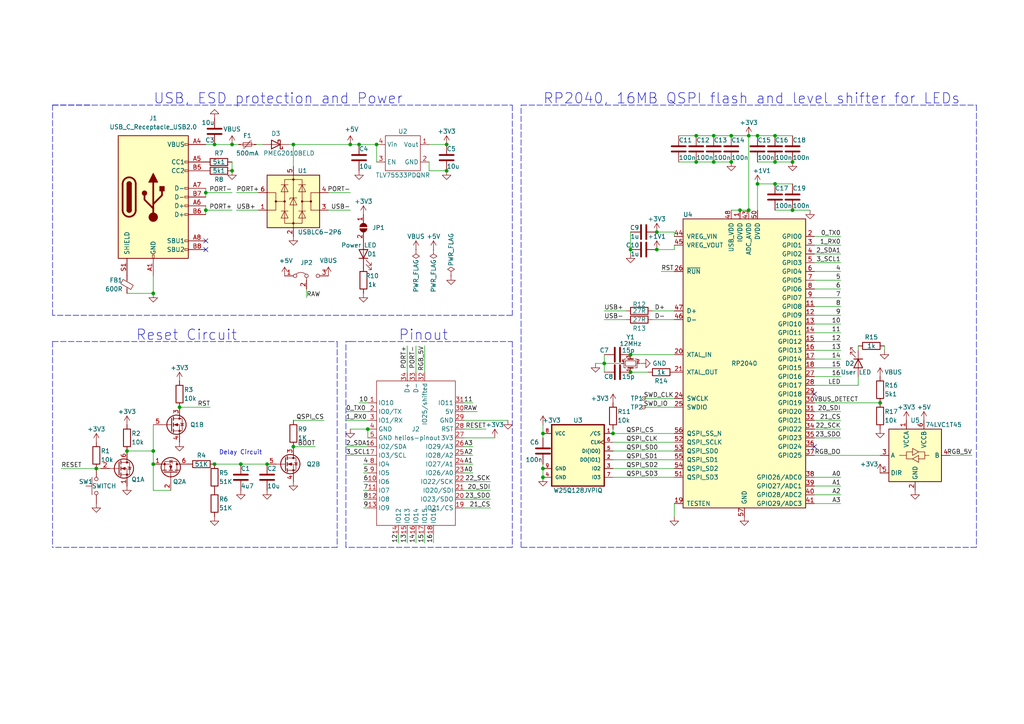
<source format=kicad_sch>
(kicad_sch (version 20211123) (generator eeschema)
  (paper "A4")
  (title_block (title "Helios") (date "2022-09-17") (rev "rev1.0") (company "0xCB") (comment 1 "Conor Burns"))
  (junction (at 157.48 125.73))
  (junction (at 62.23 41.91))
  (junction (at 224.79 53.34))
  (junction (at 77.47 134.62))
  (junction (at 101.6 41.91))
  (junction (at 157.48 138.43))
  (junction (at 224.79 39.37))
  (junction (at 182.88 72.39))
  (junction (at 207.01 39.37))
  (junction (at 207.01 46.99))
  (junction (at 85.09 41.91))
  (junction (at 67.31 41.91))
  (junction (at 85.09 129.54))
  (junction (at 219.71 53.34))
  (junction (at 182.88 102.87))
  (junction (at 104.14 41.91))
  (junction (at 52.07 118.11))
  (junction (at 214.63 60.96))
  (junction (at 255.27 116.84))
  (junction (at 67.31 49.53))
  (junction (at 59.69 55.88))
  (junction (at 129.54 41.91))
  (junction (at 62.23 134.62))
  (junction (at 44.45 130.81))
  (junction (at 190.5 67.31))
  (junction (at 217.17 39.37))
  (junction (at 106.68 124.46))
  (junction (at 27.94 135.89))
  (junction (at 129.54 49.53))
  (junction (at 224.79 46.99))
  (junction (at 229.87 60.96))
  (junction (at 212.09 46.99))
  (junction (at 44.45 134.62))
  (junction (at 212.09 39.37))
  (junction (at 229.87 46.99))
  (junction (at 157.48 135.89))
  (junction (at 44.45 85.09))
  (junction (at 109.22 41.91))
  (junction (at 201.93 39.37))
  (junction (at 36.83 130.81))
  (junction (at 190.5 72.39))
  (junction (at 175.26 105.41))
  (junction (at 217.17 60.96))
  (junction (at 182.88 107.95))
  (junction (at 219.71 39.37))
  (junction (at 59.69 60.96))
  (junction (at 69.85 134.62))
  (junction (at 177.8 125.73))
  (junction (at 201.93 46.99))
  (no_connect (at 59.69 69.85))
  (no_connect (at 59.69 72.39))
  (no_connect (at 236.22 129.54))
  (no_connect (at 236.22 114.3))
  (wire (pts (xy 137.16 134.62) (xy 134.62 134.62)))
  (wire (pts (xy 105.41 147.32) (xy 106.68 147.32)))
  (wire (pts (xy 137.16 132.08) (xy 134.62 132.08)))
  (wire (pts (xy 100.33 119.38) (xy 106.68 119.38)))
  (wire (pts (xy 236.22 140.97) (xy 243.84 140.97)))
  (wire (pts (xy 236.22 116.84) (xy 255.27 116.84)))
  (wire (pts (xy 236.22 91.44) (xy 243.84 91.44)))
  (wire (pts (xy 224.79 53.34) (xy 229.87 53.34)))
  (wire (pts (xy 124.46 49.53) (xy 124.46 46.99)))
  (polyline (pts (xy 15.24 30.48) (xy 26.67 30.48)))
  (polyline (pts (xy 97.79 158.75) (xy 15.24 158.75)))
  (wire (pts (xy 44.45 130.81) (xy 44.45 134.62)))
  (wire (pts (xy 217.17 39.37) (xy 219.71 39.37)))
  (wire (pts (xy 195.58 149.86) (xy 195.58 146.05)))
  (wire (pts (xy 177.8 130.81) (xy 195.58 130.81)))
  (wire (pts (xy 59.69 60.96) (xy 67.31 60.96)))
  (polyline (pts (xy 97.79 99.06) (xy 97.79 158.75)))
  (wire (pts (xy 100.33 129.54) (xy 106.68 129.54)))
  (wire (pts (xy 189.23 90.17) (xy 195.58 90.17)))
  (wire (pts (xy 236.22 127) (xy 243.84 127)))
  (wire (pts (xy 118.11 100.33) (xy 118.11 107.95)))
  (wire (pts (xy 182.88 102.87) (xy 195.58 102.87)))
  (wire (pts (xy 143.51 127) (xy 134.62 127)))
  (wire (pts (xy 236.22 143.51) (xy 243.84 143.51)))
  (wire (pts (xy 185.42 105.41) (xy 186.055 105.41)))
  (wire (pts (xy 207.01 46.99) (xy 212.09 46.99)))
  (wire (pts (xy 229.87 60.96) (xy 234.95 60.96)))
  (wire (pts (xy 181.61 90.17) (xy 175.26 90.17)))
  (wire (pts (xy 236.22 81.28) (xy 243.84 81.28)))
  (wire (pts (xy 74.93 60.96) (xy 68.58 60.96)))
  (wire (pts (xy 236.22 78.74) (xy 243.84 78.74)))
  (wire (pts (xy 236.22 99.06) (xy 243.84 99.06)))
  (wire (pts (xy 236.22 76.2) (xy 243.84 76.2)))
  (wire (pts (xy 36.83 85.09) (xy 44.45 85.09)))
  (wire (pts (xy 109.22 41.91) (xy 109.22 46.99)))
  (wire (pts (xy 248.92 109.22) (xy 248.92 111.76)))
  (wire (pts (xy 236.22 104.14) (xy 243.84 104.14)))
  (wire (pts (xy 93.98 121.92) (xy 85.09 121.92)))
  (wire (pts (xy 195.58 67.31) (xy 190.5 67.31)))
  (wire (pts (xy 196.85 39.37) (xy 201.93 39.37)))
  (wire (pts (xy 157.48 123.19) (xy 157.48 125.73)))
  (wire (pts (xy 177.8 124.46) (xy 177.8 125.73)))
  (wire (pts (xy 124.46 41.91) (xy 129.54 41.91)))
  (wire (pts (xy 182.88 67.31) (xy 182.88 72.39)))
  (polyline (pts (xy 148.59 99.06) (xy 148.59 158.75)))
  (wire (pts (xy 137.16 129.54) (xy 134.62 129.54)))
  (wire (pts (xy 125.73 157.48) (xy 125.73 154.94)))
  (wire (pts (xy 85.09 41.91) (xy 101.6 41.91)))
  (wire (pts (xy 142.24 144.78) (xy 134.62 144.78)))
  (wire (pts (xy 217.17 39.37) (xy 217.17 60.96)))
  (polyline (pts (xy 100.33 99.06) (xy 101.6 99.06)))
  (wire (pts (xy 236.22 83.82) (xy 243.84 83.82)))
  (wire (pts (xy 69.85 134.62) (xy 77.47 134.62)))
  (wire (pts (xy 59.69 60.96) (xy 59.69 62.23)))
  (wire (pts (xy 181.61 92.71) (xy 175.26 92.71)))
  (wire (pts (xy 105.41 144.78) (xy 106.68 144.78)))
  (wire (pts (xy 44.45 134.62) (xy 44.45 142.24)))
  (wire (pts (xy 101.6 55.88) (xy 95.25 55.88)))
  (wire (pts (xy 59.69 59.69) (xy 59.69 60.96)))
  (wire (pts (xy 224.79 60.96) (xy 229.87 60.96)))
  (polyline (pts (xy 15.24 91.44) (xy 15.24 30.48)))
  (wire (pts (xy 196.85 46.99) (xy 201.93 46.99)))
  (wire (pts (xy 142.24 142.24) (xy 134.62 142.24)))
  (polyline (pts (xy 151.13 158.75) (xy 151.13 30.48)))
  (wire (pts (xy 157.48 135.89) (xy 157.48 138.43)))
  (wire (pts (xy 62.23 41.91) (xy 59.69 41.91)))
  (wire (pts (xy 106.68 124.46) (xy 106.68 127)))
  (wire (pts (xy 236.22 132.08) (xy 255.27 132.08)))
  (wire (pts (xy 105.41 134.62) (xy 106.68 134.62)))
  (wire (pts (xy 256.54 100.33) (xy 256.54 101.6)))
  (wire (pts (xy 147.32 121.92) (xy 134.62 121.92)))
  (wire (pts (xy 190.5 72.39) (xy 195.58 72.39)))
  (wire (pts (xy 157.48 125.73) (xy 157.48 127)))
  (wire (pts (xy 100.33 121.92) (xy 106.68 121.92)))
  (wire (pts (xy 137.16 137.16) (xy 134.62 137.16)))
  (wire (pts (xy 219.71 39.37) (xy 224.79 39.37)))
  (wire (pts (xy 62.23 134.62) (xy 69.85 134.62)))
  (wire (pts (xy 236.22 124.46) (xy 243.84 124.46)))
  (wire (pts (xy 236.22 68.58) (xy 243.84 68.58)))
  (polyline (pts (xy 100.33 158.75) (xy 100.33 99.06)))
  (wire (pts (xy 101.6 124.46) (xy 106.68 124.46)))
  (wire (pts (xy 172.72 105.41) (xy 175.26 105.41)))
  (wire (pts (xy 123.19 157.48) (xy 123.19 154.94)))
  (wire (pts (xy 101.6 60.96) (xy 95.25 60.96)))
  (polyline (pts (xy 101.6 99.06) (xy 148.59 99.06)))
  (wire (pts (xy 236.22 93.98) (xy 243.84 93.98)))
  (wire (pts (xy 105.41 142.24) (xy 106.68 142.24)))
  (wire (pts (xy 44.45 85.09) (xy 44.45 80.01)))
  (wire (pts (xy 186.69 115.57) (xy 195.58 115.57)))
  (wire (pts (xy 236.22 109.22) (xy 243.84 109.22)))
  (wire (pts (xy 236.22 121.92) (xy 243.84 121.92)))
  (wire (pts (xy 62.23 41.91) (xy 67.31 41.91)))
  (wire (pts (xy 59.69 55.88) (xy 59.69 57.15)))
  (wire (pts (xy 142.24 139.7) (xy 134.62 139.7)))
  (wire (pts (xy 219.71 60.96) (xy 219.71 53.34)))
  (wire (pts (xy 201.93 46.99) (xy 207.01 46.99)))
  (wire (pts (xy 124.46 49.53) (xy 129.54 49.53)))
  (wire (pts (xy 68.58 55.88) (xy 74.93 55.88)))
  (wire (pts (xy 59.69 54.61) (xy 59.69 55.88)))
  (wire (pts (xy 177.8 135.89) (xy 195.58 135.89)))
  (wire (pts (xy 120.65 157.48) (xy 120.65 154.94)))
  (wire (pts (xy 219.71 53.34) (xy 224.79 53.34)))
  (wire (pts (xy 186.69 118.11) (xy 195.58 118.11)))
  (polyline (pts (xy 15.24 99.06) (xy 97.79 99.06)))
  (wire (pts (xy 236.22 71.12) (xy 243.84 71.12)))
  (wire (pts (xy 177.8 128.27) (xy 195.58 128.27)))
  (polyline (pts (xy 148.59 158.75) (xy 100.33 158.75)))
  (wire (pts (xy 217.17 39.37) (xy 212.09 39.37)))
  (wire (pts (xy 67.31 46.99) (xy 67.31 49.53)))
  (wire (pts (xy 214.63 60.96) (xy 217.17 60.96)))
  (wire (pts (xy 248.92 100.33) (xy 248.92 101.6)))
  (wire (pts (xy 118.11 157.48) (xy 118.11 154.94)))
  (wire (pts (xy 177.8 133.35) (xy 195.58 133.35)))
  (polyline (pts (xy 151.13 30.48) (xy 166.37 30.48)))
  (polyline (pts (xy 283.21 30.48) (xy 283.21 158.75)))
  (wire (pts (xy 88.9 86.36) (xy 88.9 83.82)))
  (wire (pts (xy 67.31 41.91) (xy 69.215 41.91)))
  (wire (pts (xy 142.24 147.32) (xy 134.62 147.32)))
  (wire (pts (xy 140.97 124.46) (xy 134.62 124.46)))
  (wire (pts (xy 189.23 92.71) (xy 195.58 92.71)))
  (wire (pts (xy 36.83 130.81) (xy 44.45 130.81)))
  (wire (pts (xy 115.57 157.48) (xy 115.57 154.94)))
  (wire (pts (xy 17.78 135.89) (xy 27.94 135.89)))
  (polyline (pts (xy 148.59 30.48) (xy 148.59 91.44)))
  (wire (pts (xy 212.09 60.96) (xy 214.63 60.96)))
  (wire (pts (xy 224.79 39.37) (xy 229.87 39.37)))
  (wire (pts (xy 177.8 125.73) (xy 195.58 125.73)))
  (wire (pts (xy 236.22 138.43) (xy 243.84 138.43)))
  (wire (pts (xy 59.69 55.88) (xy 67.31 55.88)))
  (wire (pts (xy 105.41 139.7) (xy 106.68 139.7)))
  (wire (pts (xy 91.44 129.54) (xy 85.09 129.54)))
  (wire (pts (xy 157.48 134.62) (xy 157.48 135.89)))
  (wire (pts (xy 236.22 146.05) (xy 243.84 146.05)))
  (wire (pts (xy 195.58 78.74) (xy 191.77 78.74)))
  (wire (pts (xy 85.09 48.26) (xy 85.09 41.91)))
  (wire (pts (xy 195.58 68.58) (xy 195.58 67.31)))
  (wire (pts (xy 224.79 46.99) (xy 229.87 46.99)))
  (wire (pts (xy 49.53 142.24) (xy 44.45 142.24)))
  (wire (pts (xy 175.26 105.41) (xy 175.26 102.87)))
  (polyline (pts (xy 283.21 158.75) (xy 151.13 158.75)))
  (wire (pts (xy 236.22 96.52) (xy 243.84 96.52)))
  (wire (pts (xy 236.22 101.6) (xy 243.84 101.6)))
  (wire (pts (xy 120.65 100.33) (xy 120.65 107.95)))
  (wire (pts (xy 182.88 107.95) (xy 187.96 107.95)))
  (wire (pts (xy 180.34 105.41) (xy 175.26 105.41)))
  (wire (pts (xy 236.22 106.68) (xy 243.84 106.68)))
  (wire (pts (xy 219.71 46.99) (xy 224.79 46.99)))
  (wire (pts (xy 207.01 39.37) (xy 212.09 39.37)))
  (wire (pts (xy 236.22 88.9) (xy 243.84 88.9)))
  (wire (pts (xy 83.82 41.91) (xy 85.09 41.91)))
  (wire (pts (xy 104.14 41.91) (xy 109.22 41.91)))
  (wire (pts (xy 105.41 137.16) (xy 106.68 137.16)))
  (wire (pts (xy 275.59 132.08) (xy 281.94 132.08)))
  (wire (pts (xy 175.26 105.41) (xy 175.26 107.95)))
  (polyline (pts (xy 148.59 91.44) (xy 15.24 91.44)))
  (wire (pts (xy 195.58 72.39) (xy 195.58 71.12)))
  (wire (pts (xy 104.14 116.84) (xy 106.68 116.84)))
  (wire (pts (xy 44.45 123.19) (xy 44.45 130.81)))
  (wire (pts (xy 100.33 132.08) (xy 106.68 132.08)))
  (wire (pts (xy 236.22 73.66) (xy 243.84 73.66)))
  (wire (pts (xy 52.07 118.11) (xy 60.96 118.11)))
  (wire (pts (xy 236.22 86.36) (xy 243.84 86.36)))
  (wire (pts (xy 177.8 138.43) (xy 195.58 138.43)))
  (wire (pts (xy 74.295 41.91) (xy 76.2 41.91)))
  (wire (pts (xy 182.88 73.66) (xy 182.88 72.39)))
  (wire (pts (xy 236.22 119.38) (xy 243.84 119.38)))
  (polyline (pts (xy 15.24 30.48) (xy 148.59 30.48)))
  (wire (pts (xy 236.22 111.76) (xy 248.92 111.76)))
  (wire (pts (xy 29.21 135.89) (xy 27.94 135.89)))
  (wire (pts (xy 201.93 39.37) (xy 207.01 39.37)))
  (polyline (pts (xy 15.24 99.06) (xy 15.24 158.75)))
  (wire (pts (xy 138.43 119.38) (xy 134.62 119.38)))
  (polyline (pts (xy 166.37 30.48) (xy 283.21 30.48)))
  (wire (pts (xy 137.16 116.84) (xy 134.62 116.84)))
  (wire (pts (xy 101.6 41.91) (xy 104.14 41.91)))
  (wire (pts (xy 123.19 100.33) (xy 123.19 107.95)))
  (text "Delay Circuit" (at 63.5 132.08 0) (effects (font (size 1.27 1.27)) (justify left bottom)))
  (text "USB, ESD protection and Power" (at 44.45 30.48 0) (effects (font (size 3 3)) (justify left bottom)))
  (text "RP2040, 16MB QSPI flash and level shifter for LEDs" (at 157.48 30.48 0) (effects (font (size 3 3)) (justify left bottom)))
  (text "Reset Circuit" (at 39.37 99.06 0) (effects (font (size 3 3)) (justify left bottom)))
  (text "Pinout" (at 115.57 99.06 0) (effects (font (size 3 3)) (justify left bottom)))
  (label "RGB_5V" (at 123.19 100.33 270))
  (label "7" (at 243.84 86.36 180))
  (label "23_SDO" (at 142.24 144.78 180))
  (label "PORT+" (at 68.58 55.88 0))
  (label "5" (at 105.41 137.16 0))
  (label "RESET" (at 17.78 135.89 0))
  (label "RESET" (at 140.97 124.46 180))
  (label "A0" (at 243.84 138.43 180))
  (label "VBUS_DETECT" (at 248.92 116.84 180))
  (label "A3" (at 137.16 129.54 180))
  (label "A1" (at 137.16 134.62 180))
  (label "QSPI_CS" (at 181.61 125.73 0))
  (label "7" (at 105.41 142.24 0))
  (label "2_SDA1" (at 243.84 73.66 180))
  (label "RAW" (at 138.43 119.38 180))
  (label "RST" (at 191.77 78.74 0))
  (label "22_SCK" (at 243.84 124.46 180))
  (label "11" (at 137.16 116.84 180))
  (label "1_RX0" (at 100.33 121.92 0))
  (label "9" (at 243.84 91.44 180))
  (label "6" (at 105.41 139.7 0))
  (label "A3" (at 243.84 146.05 180))
  (label "8" (at 105.41 144.78 0))
  (label "12" (at 115.57 157.48 90))
  (label "A2" (at 243.84 143.51 180))
  (label "PORT+" (at 118.11 100.33 270))
  (label "11" (at 243.84 96.52 180))
  (label "0_TX0" (at 243.84 68.58 180))
  (label "A1" (at 243.84 140.97 180))
  (label "RAW" (at 88.9 86.36 0))
  (label "PORT+" (at 67.31 60.96 180))
  (label "21_CS" (at 142.24 147.32 180))
  (label "PORT-" (at 67.31 55.88 180))
  (label "3_SCL1" (at 243.84 76.2 180))
  (label "13" (at 118.11 157.48 90))
  (label "23_SDO" (at 243.84 127 180))
  (label "9" (at 105.41 147.32 0))
  (label "USB+" (at 68.58 60.96 0))
  (label "SWD_IO" (at 186.69 118.11 0))
  (label "5" (at 243.84 81.28 180))
  (label "10" (at 243.84 93.98 180))
  (label "14" (at 120.65 157.48 90))
  (label "RGB_DO" (at 243.84 132.08 180))
  (label "2_SDA1" (at 100.33 129.54 0))
  (label "D-" (at 189.865 92.71 0))
  (label "4" (at 105.41 134.62 0))
  (label "USB+" (at 175.26 90.17 0))
  (label "8" (at 243.84 88.9 180))
  (label "PORT-" (at 101.6 55.88 180))
  (label "QSPI_SD3" (at 181.61 138.43 0))
  (label "USB-" (at 175.26 92.71 0))
  (label "16" (at 243.84 109.22 180))
  (label "A0" (at 137.16 137.16 180))
  (label "QSPI_CS" (at 93.98 121.92 180))
  (label "20_SDI" (at 142.24 142.24 180))
  (label "QSPI_SD0" (at 181.61 130.81 0))
  (label "0_TX0" (at 100.33 119.38 0))
  (label "21_CS" (at 243.84 121.92 180))
  (label "QSPI_SD2" (at 181.61 135.89 0))
  (label "A2" (at 137.16 132.08 180))
  (label "14" (at 243.84 104.14 180))
  (label "RST" (at 60.96 118.11 180))
  (label "SWD_CLK" (at 186.69 115.57 0))
  (label "1_RX0" (at 243.84 71.12 180))
  (label "13" (at 243.84 101.6 180))
  (label "15" (at 243.84 106.68 180))
  (label "16" (at 125.73 157.48 90))
  (label "10" (at 104.14 116.84 0))
  (label "USB-" (at 101.6 60.96 180))
  (label "12" (at 243.84 99.06 180))
  (label "QSPI_SD1" (at 181.61 133.35 0))
  (label "D+" (at 189.865 90.17 0))
  (label "QSPI_CLK" (at 181.61 128.27 0))
  (label "PORT-" (at 120.65 100.33 270))
  (label "4" (at 243.84 78.74 180))
  (label "RGB_5V" (at 281.94 132.08 180))
  (label "3_SCL1" (at 100.33 132.08 0))
  (label "20_SDI" (at 243.84 119.38 180))
  (label "22_SCK" (at 142.24 139.7 180))
  (label "15" (at 123.19 157.48 90))
  (label "LED" (at 243.84 111.76 180))
  (label "BOOT" (at 91.44 129.54 180))
  (label "6" (at 243.84 83.82 180))
  (symbol (lib_id "Device:C") (at 201.93 43.18 0) (unit 1)
    (property "Reference" "C12" (at 201.93 40.64 0) (effects (justify left)))
    (property "Value" "100n" (at 201.93 45.72 0) (effects (justify left)))
    (property "Footprint" "Capacitor_SMD:C_0402_1005Metric" (effects hide))
    (property "LCSC" "C1525" (effects hide))
    (property "MPN " "CL05B104KO5NNNC" (effects hide))
    (property "Manufacturer" "Samsung Electro-Mechanics" (effects hide))
    (property "JLC Basic" "Y" (effects hide))
    (property "Substitute" "Y" (effects hide))
  )
  (symbol (lib_id "power:GND") (at 62.23 149.86 0) (unit 1)
    (property "Reference" "#PWR08" (effects hide))
    (property "Value" "GND" (effects hide))
  )
  (symbol (lib_id "Power_Protection:USBLC6-2P6") (at 85.09 58.42 0) (unit 1)
    (property "Reference" "U1" (at 86.36 49.53 0) (effects (justify left)))
    (property "Value" "USBLC6-2P6" (at 86.36 67.31 0) (effects (justify left)))
    (property "Footprint" "Package_TO_SOT_SMD:SOT-666" (effects hide))
    (property "Datasheet" "https://www.st.com/resource/en/datasheet/usblc6-2.pdf" (effects hide))
    (property "JLC Basic" "N" (effects hide))
    (property "LCSC" "C2827693" (effects hide))
    (property "MPN " "USBLC6-2P6" (effects hide))
    (property "Manufacturer" "TECH PUBLIC" (effects hide))
    (property "Substitute" "N" (effects hide))
    (property "JLCPCB_CORRECTION" "0; 0; 270" (effects hide))
  )
  (symbol (lib_id "Device:C") (at 229.87 57.15 0) (unit 1)
    (property "Reference" "C19" (at 229.87 54.61 0) (effects (justify left)))
    (property "Value" "100n" (at 229.87 59.69 0) (effects (justify left)))
    (property "Footprint" "Capacitor_SMD:C_0402_1005Metric" (effects hide))
    (property "LCSC" "C1525" (effects hide))
    (property "MPN " "CL05B104KO5NNNC" (effects hide))
    (property "Manufacturer" "Samsung Electro-Mechanics" (effects hide))
    (property "JLC Basic" "Y" (effects hide))
    (property "Substitute" "Y" (effects hide))
  )
  (symbol (lib_id "power:+3V3") (at 217.17 39.37 0) (unit 1)
    (property "Reference" "#PWR040" (effects hide))
    (property "Value" "+3V3" (at 217.17 35.56 0))
  )
  (symbol (lib_id "Device:R") (at 63.5 46.99 270) (unit 1)
    (property "Reference" "R7" (at 63.5 44.45 90))
    (property "Value" "5k1" (at 63.5 46.99 90))
    (property "Footprint" "Resistor_SMD:R_0402_1005Metric" (effects hide))
    (property "LCSC" "C25905" (effects hide))
    (property "MPN " "0402WGF5101TCE" (effects hide))
    (property "Manufacturer" "UNI-ROYAL(Uniroyal Elec)" (effects hide))
    (property "JLC Basic" "Y" (effects hide))
    (property "Substitute" "Y" (effects hide))
  )
  (symbol (lib_id "Connector:TestPoint_Small") (at 186.69 115.57 0) (unit 1) (in_bom no)
    (property "Reference" "TP1" (at 182.88 115.57 0) (effects (justify left)))
    (property "Value" "CLK" (effects hide))
    (property "Footprint" "0xcb:TestPoint_Pad_D0.8mm" (effects hide))
  )
  (symbol (lib_id "power:+5V") (at 82.55 80.01 0) (unit 1)
    (property "Reference" "#PWR0103" (effects hide))
    (property "Value" "+5V" (at 82.931 75.6158 0))
  )
  (symbol (lib_id "Connector:TestPoint_Small") (at 186.69 118.11 0) (unit 1) (in_bom no)
    (property "Reference" "TP2" (at 182.88 118.11 0) (effects (justify left)))
    (property "Value" "DIO" (effects hide))
    (property "Footprint" "0xcb:TestPoint_Pad_D0.8mm" (effects hide))
  )
  (symbol (lib_id "power:+5V") (at 267.97 121.92 0) (unit 1)
    (property "Reference" "#PWR050" (effects hide))
    (property "Value" "+5V" (at 267.97 118.11 0))
  )
  (symbol (lib_id "power:GND") (at 36.83 140.97 0) (unit 1)
    (property "Reference" "#PWR04" (effects hide))
    (property "Value" "GND" (effects hide))
  )
  (symbol (lib_id "Device:R") (at 105.41 81.28 0) (unit 1)
    (property "Reference" "R10" (at 107.95 80.01 0))
    (property "Value" "1k" (at 107.95 82.55 0))
    (property "Footprint" "Resistor_SMD:R_0402_1005Metric" (effects hide))
    (property "LCSC" "C11702" (effects hide))
    (property "MPN " "0402WGF1001TCE" (effects hide))
    (property "Manufacturer" "UNI-ROYAL(Uniroyal Elec)" (effects hide))
    (property "JLC Basic" "Y" (effects hide))
    (property "Substitute" "Y" (effects hide))
  )
  (symbol (lib_id "Device:Crystal_GND24_Small") (at 182.88 105.41 90) (unit 1)
    (property "Reference" "Y1" (at 182.88 97.79 90))
    (property "Value" "12MHz" (at 182.88 99.695 90))
    (property "Footprint" "Crystal:Crystal_SMD_2520-4Pin_2.5x2.0mm" (effects hide))
    (property "LCSC" "C2149204" (effects hide))
    (property "MPN " "2TJ412000HYGBC" (effects hide))
    (property "Manufacturer" "JYJE" (effects hide))
    (property "JLC Basic" "N" (effects hide))
    (property "Substitute" "N" (effects hide))
  )
  (symbol (lib_id "Transistor_FET:FDG6335N") (at 34.29 135.89 0) (unit 1)
    (property "Reference" "Q1" (at 38.1 139.065 0) (effects (justify left)))
    (property "Value" "2N7002VC-" (effects hide))
    (property "Footprint" "Package_TO_SOT_SMD:SOT-563" (effects hide))
    (property "Datasheet" "https://datasheet.lcsc.com/lcsc/1806070738_Diodes-Incorporated-2N7002VC-7_C155504.pdf" (effects hide))
    (property "JLC Basic" "N" (effects hide))
    (property "LCSC" "C504145" (effects hide))
    (property "MPN " "2N7002V" (effects hide))
    (property "Manufacturer" "Diodes Incorporated" (effects hide))
    (property "Substitute" "Y" (effects hide))
    (property "JLCPCB_CORRECTION" "0; 0; 180" (effects hide))
  )
  (symbol (lib_id "Transistor_FET:FDG6335N") (at 82.55 134.62 0) (unit 2)
    (property "Reference" "Q2" (at 88.9 134.6199 0) (effects (justify left)))
    (property "Value" "2N7002VC-" (effects hide))
    (property "Footprint" "Package_TO_SOT_SMD:SOT-563" (effects hide))
    (property "Datasheet" "https://datasheet.lcsc.com/lcsc/1806070738_Diodes-Incorporated-2N7002VC-7_C155504.pdf" (effects hide))
    (property "JLC Basic" "N" (effects hide))
    (property "LCSC" "C504145" (effects hide))
    (property "MPN " "2N7002V" (effects hide))
    (property "Manufacturer" "Diodes Incorporated" (effects hide))
    (property "Substitute" "Y" (effects hide))
    (property "JLCPCB_CORRECTION" "0; 0; 180" (effects hide))
  )
  (symbol (lib_id "Device:R") (at 185.42 92.71 90) (unit 1)
    (property "Reference" "R13" (at 185.42 95.25 90))
    (property "Value" "27R" (at 185.42 92.71 90))
    (property "Footprint" "Resistor_SMD:R_0402_1005Metric" (effects hide))
    (property "LCSC" "C25100" (effects hide))
    (property "MPN " "0402WGF270JTCE" (effects hide))
    (property "Manufacturer" "UNI-ROYAL(Uniroyal Elec)" (effects hide))
    (property "JLC Basic" "N" (effects hide))
    (property "Substitute" "Y" (effects hide))
  )
  (symbol (lib_id "power:GND") (at 172.72 105.41 0) (unit 1)
    (property "Reference" "#PWR031" (effects hide))
    (property "Value" "GND" (effects hide))
  )
  (symbol (lib_id "Device:C") (at 224.79 57.15 0) (unit 1)
    (property "Reference" "C17" (at 224.79 54.61 0) (effects (justify left)))
    (property "Value" "100n" (at 224.79 59.69 0) (effects (justify left)))
    (property "Footprint" "Capacitor_SMD:C_0402_1005Metric" (effects hide))
    (property "LCSC" "C1525" (effects hide))
    (property "MPN " "CL05B104KO5NNNC" (effects hide))
    (property "Manufacturer" "Samsung Electro-Mechanics" (effects hide))
    (property "JLC Basic" "Y" (effects hide))
    (property "Substitute" "Y" (effects hide))
  )
  (symbol (lib_id "power:PWR_FLAG") (at 130.81 80.01 0) (unit 1)
    (property "Reference" "#FLG03" (effects hide))
    (property "Value" "PWR_FLAG" (at 130.81 72.39 90))
  )
  (symbol (lib_id "Device:R") (at 177.8 120.65 0) (unit 1)
    (property "Reference" "R11" (at 179.07 119.38 0) (effects (justify left)))
    (property "Value" "10k" (at 179.07 121.92 0) (effects (justify left)))
    (property "Footprint" "Resistor_SMD:R_0402_1005Metric" (effects hide))
    (property "LCSC" "C25744" (effects hide))
    (property "MPN " "0402WGF1002TCE" (effects hide))
    (property "Manufacturer" "UNI-ROYAL(Uniroyal Elec)" (effects hide))
    (property "JLC Basic" "Y" (effects hide))
    (property "Substitute" "Y" (effects hide))
  )
  (symbol (lib_id "power:GND") (at 105.41 85.09 0) (unit 1)
    (property "Reference" "#PWR020" (effects hide))
    (property "Value" "GND" (effects hide))
  )
  (symbol (lib_id "power:+5V") (at 101.6 41.91 0) (unit 1)
    (property "Reference" "#PWR016" (effects hide))
    (property "Value" "+5V" (at 101.981 37.5158 0))
  )
  (symbol (lib_id "power:GND") (at 234.95 60.96 0) (unit 1)
    (property "Reference" "#PWR043" (effects hide))
    (property "Value" "GND" (effects hide))
  )
  (symbol (lib_id "power:GND") (at 215.9 149.86 0) (unit 1)
    (property "Reference" "#PWR039" (effects hide))
    (property "Value" "GND" (effects hide))
  )
  (symbol (lib_id "power:GND") (at 77.47 142.24 0) (unit 1)
    (property "Reference" "#PWR013" (effects hide))
    (property "Value" "GND" (effects hide))
  )
  (symbol (lib_id "Device:R") (at 27.94 132.08 0) (unit 1)
    (property "Reference" "R1" (at 29.21 130.81 0) (effects (justify left)))
    (property "Value" "10k" (at 29.21 133.35 0) (effects (justify left)))
    (property "Footprint" "Resistor_SMD:R_0402_1005Metric" (effects hide))
    (property "LCSC" "C25744" (effects hide))
    (property "MPN " "0402WGF1002TCE" (effects hide))
    (property "Manufacturer" "UNI-ROYAL(Uniroyal Elec)" (effects hide))
    (property "JLC Basic" "Y" (effects hide))
    (property "Substitute" "Y" (effects hide))
  )
  (symbol (lib_id "Device:C") (at 196.85 43.18 0) (unit 1)
    (property "Reference" "C11" (at 196.85 40.64 0) (effects (justify left)))
    (property "Value" "100n" (at 196.85 45.72 0) (effects (justify left)))
    (property "Footprint" "Capacitor_SMD:C_0402_1005Metric" (effects hide))
    (property "LCSC" "C1525" (effects hide))
    (property "MPN " "CL05B104KO5NNNC" (effects hide))
    (property "Manufacturer" "Samsung Electro-Mechanics" (effects hide))
    (property "JLC Basic" "Y" (effects hide))
    (property "Substitute" "Y" (effects hide))
  )
  (symbol (lib_id "power:GND") (at 256.54 101.6 0) (unit 1)
    (property "Reference" "#PWR047" (effects hide))
    (property "Value" "GND" (effects hide))
  )
  (symbol (lib_id "power:GND") (at 67.31 49.53 0) (unit 1)
    (property "Reference" "#PWR010" (effects hide))
    (property "Value" "GND" (effects hide))
  )
  (symbol (lib_id "Device:LED") (at 105.41 73.66 90) (unit 1)
    (property "Reference" "D1" (at 109.22 73.66 90) (effects (justify left)))
    (property "Value" "Power LED" (at 109.22 71.12 90) (effects (justify left)))
    (property "Footprint" "Diode_SMD:D_0402_1005Metric" (effects hide))
    (property "Datasheet" "https://datasheet.lcsc.com/lcsc/2008201033_Foshan-NationStar-Optoelectronics-NCD0402R1_C130719.pdf" (effects hide))
    (property "JLC Basic" "N" (effects hide))
    (property "LCSC" "C130719" (effects hide))
    (property "MPN " "NCD0402R1" (effects hide))
    (property "Manufacturer" "Foshan-NationStar-Optoelectronics" (effects hide))
    (property "Substitute" "Y" (effects hide))
  )
  (symbol (lib_id "power:+3V3") (at 36.83 123.19 0) (unit 1)
    (property "Reference" "#PWR03" (effects hide))
    (property "Value" "+3V3" (at 36.83 119.38 0))
  )
  (symbol (lib_id "power:GND") (at 52.07 128.27 0) (unit 1)
    (property "Reference" "#PWR07" (effects hide))
    (property "Value" "GND" (effects hide))
  )
  (symbol (lib_id "power:+1V1") (at 190.5 72.39 0) (unit 1)
    (property "Reference" "#PWR036" (effects hide))
    (property "Value" "+1V1" (at 190.5 68.58 0))
  )
  (symbol (lib_id "Jumper:SolderJumper_2_Open") (at 105.41 66.04 270) (unit 1) (in_bom no)
    (property "Reference" "JP1" (at 107.95 66.0399 90) (effects (justify left)))
    (property "Value" "SolderJumper_2_Open" (effects hide))
    (property "Footprint" "Jumper:SolderJumper-2_P1.3mm_Open_TrianglePad1.0x1.5mm" (effects hide))
  )
  (symbol (lib_id "Device:C") (at 62.23 38.1 180) (unit 1)
    (property "Reference" "C3" (at 62.23 40.64 0) (effects (justify left)))
    (property "Value" "10u" (at 62.23 35.56 0) (effects (justify left)))
    (property "Footprint" "Capacitor_SMD:C_0402_1005Metric" (effects hide))
    (property "JLC Basic" "Y" (effects hide))
    (property "LCSC" "C15525" (effects hide))
    (property "MPN " "CL05A106MQ5NUNC" (effects hide))
    (property "Manufacturer" "Samsung Electro-Mechanics" (effects hide))
    (property "Substitute" "Y" (effects hide))
  )
  (symbol (lib_id "Device:C") (at 104.14 45.72 0) (unit 1)
    (property "Reference" "C4" (at 104.14 43.18 0) (effects (justify left)))
    (property "Value" "10u" (at 104.14 48.26 0) (effects (justify left)))
    (property "Footprint" "Capacitor_SMD:C_0402_1005Metric" (effects hide))
    (property "JLC Basic" "Y" (effects hide))
    (property "LCSC" "C15525" (effects hide))
    (property "MPN " "CL05A106MQ5NUNC" (effects hide))
    (property "Manufacturer" "Samsung Electro-Mechanics" (effects hide))
    (property "Substitute" "Y" (effects hide))
  )
  (symbol (lib_id "power:VBUS") (at 255.27 109.22 0) (unit 1)
    (property "Reference" "#PWR044" (effects hide))
    (property "Value" "VBUS" (at 259.08 107.95 0))
  )
  (symbol (lib_id "power:GND") (at 157.48 138.43 0) (unit 1)
    (property "Reference" "#PWR030" (effects hide))
    (property "Value" "GND" (effects hide))
  )
  (symbol (lib_id "power:GND") (at 255.27 124.46 0) (unit 1)
    (property "Reference" "#PWR045" (effects hide))
    (property "Value" "GND" (effects hide))
  )
  (symbol (lib_id "Connector:USB_C_Receptacle_USB2.0") (at 44.45 57.15 0) (unit 1)
    (property "Reference" "J1" (at 44.45 34.29 0))
    (property "Value" "USB_C_Receptacle_USB2.0" (at 44.45 36.83 0))
    (property "Footprint" "0xcb:GT-USB-7014C" (effects hide))
    (property "Datasheet" "https://www.usb.org/sites/default/files/documents/usb_type-c.zip" (effects hide))
    (property "JLC Basic" "N" (effects hide))
    (property "LCSC" "C963373" (effects hide))
    (property "MPN " "GT-USB-7014C" (effects hide))
    (property "Manufacturer" "G-Switch" (effects hide))
    (property "Substitute" "N" (effects hide))
  )
  (symbol (lib_id "Device:C") (at 207.01 43.18 0) (unit 1)
    (property "Reference" "C13" (at 207.01 40.64 0) (effects (justify left)))
    (property "Value" "100n" (at 207.01 45.72 0) (effects (justify left)))
    (property "Footprint" "Capacitor_SMD:C_0402_1005Metric" (effects hide))
    (property "LCSC" "C1525" (effects hide))
    (property "MPN " "CL05B104KO5NNNC" (effects hide))
    (property "Manufacturer" "Samsung Electro-Mechanics" (effects hide))
    (property "JLC Basic" "Y" (effects hide))
    (property "Substitute" "Y" (effects hide))
  )
  (symbol (lib_id "Device:R") (at 255.27 113.03 0) (unit 1)
    (property "Reference" "R16" (at 256.54 111.76 0) (effects (justify left)))
    (property "Value" "5k1" (at 256.54 114.3 0) (effects (justify left)))
    (property "Footprint" "Resistor_SMD:R_0402_1005Metric" (effects hide))
    (property "JLC Basic" "Y" (effects hide))
    (property "LCSC" "C25905" (effects hide))
    (property "MPN " "0402WGF5101TCE" (effects hide))
    (property "Manufacturer" "UNI-ROYAL(Uniroyal Elec)" (effects hide))
    (property "Substitute" "Y" (effects hide))
  )
  (symbol (lib_id "Device:C") (at 179.07 107.95 90) (unit 1)
    (property "Reference" "C8" (at 176.53 109.22 90))
    (property "Value" "15p" (at 182.245 109.22 90))
    (property "Footprint" "Capacitor_SMD:C_0402_1005Metric" (effects hide))
    (property "LCSC" "C1548" (effects hide))
    (property "MPN " "0402CG150J500NT" (effects hide))
    (property "Manufacturer" "FH(Guangdong Fenghua Advanced Tech)" (effects hide))
    (property "JLC Basic" "Y" (effects hide))
    (property "Substitute" "Y" (effects hide))
  )
  (symbol (lib_id "Device:R") (at 52.07 114.3 0) (unit 1)
    (property "Reference" "R3" (at 53.34 113.03 0) (effects (justify left)))
    (property "Value" "10k" (at 53.34 115.57 0) (effects (justify left)))
    (property "Footprint" "Resistor_SMD:R_0402_1005Metric" (effects hide))
    (property "LCSC" "C25744" (effects hide))
    (property "MPN " "0402WGF1002TCE" (effects hide))
    (property "Manufacturer" "UNI-ROYAL(Uniroyal Elec)" (effects hide))
    (property "JLC Basic" "Y" (effects hide))
    (property "Substitute" "Y" (effects hide))
  )
  (symbol (lib_id "power:GND") (at 147.32 121.92 0) (unit 1)
    (property "Reference" "#PWR028" (effects hide))
    (property "Value" "GND" (effects hide))
  )
  (symbol (lib_id "Device:C") (at 186.69 67.31 90) (mirror x) (unit 1)
    (property "Reference" "C9" (at 185.42 66.04 90) (effects (justify left)))
    (property "Value" "1u" (at 185.42 68.58 90) (effects (justify left)))
    (property "Footprint" "Capacitor_SMD:C_0402_1005Metric" (effects hide))
    (property "LCSC" "C52923" (effects hide))
    (property "MPN " "CL05A105KA5NQNC" (effects hide))
    (property "Manufacturer" "Samsung Electro-Mechanics" (effects hide))
    (property "JLC Basic" "Y" (effects hide))
    (property "Substitute" "Y" (effects hide))
  )
  (symbol (lib_id "power:GND") (at 265.43 142.24 0) (unit 1)
    (property "Reference" "#PWR049" (effects hide))
    (property "Value" "GND" (effects hide))
  )
  (symbol (lib_id "power:GND") (at 101.6 124.46 0) (unit 1)
    (property "Reference" "#PWR017" (effects hide))
    (property "Value" "GND" (effects hide))
  )
  (symbol (lib_id "Device:R") (at 252.73 100.33 90) (unit 1)
    (property "Reference" "R15" (at 252.73 97.79 90))
    (property "Value" "1k" (at 252.73 100.33 90))
    (property "Footprint" "Resistor_SMD:R_0402_1005Metric" (effects hide))
    (property "LCSC" "C11702" (effects hide))
    (property "MPN " "0402WGF1001TCE" (effects hide))
    (property "Manufacturer" "UNI-ROYAL(Uniroyal Elec)" (effects hide))
    (property "JLC Basic" "Y" (effects hide))
    (property "Substitute" "Y" (effects hide))
  )
  (symbol (lib_id "power:GND") (at 195.58 149.86 0) (unit 1)
    (property "Reference" "#PWR037" (effects hide))
    (property "Value" "GND" (effects hide))
  )
  (symbol (lib_id "Device:C") (at 219.71 43.18 0) (unit 1)
    (property "Reference" "C15" (at 219.71 40.64 0) (effects (justify left)))
    (property "Value" "100n" (at 219.71 45.72 0) (effects (justify left)))
    (property "Footprint" "Capacitor_SMD:C_0402_1005Metric" (effects hide))
    (property "LCSC" "C1525" (effects hide))
    (property "MPN " "CL05B104KO5NNNC" (effects hide))
    (property "Manufacturer" "Samsung Electro-Mechanics" (effects hide))
    (property "JLC Basic" "Y" (effects hide))
    (property "Substitute" "Y" (effects hide))
  )
  (symbol (lib_id "power:GND") (at 229.87 46.99 0) (unit 1)
    (property "Reference" "#PWR042" (effects hide))
    (property "Value" "GND" (effects hide))
  )
  (symbol (lib_id "power:+3V3") (at 27.94 128.27 0) (unit 1)
    (property "Reference" "#PWR01" (effects hide))
    (property "Value" "+3V3" (at 27.94 124.46 0))
  )
  (symbol (lib_id "power:PWR_FLAG") (at 120.65 72.39 180) (unit 1)
    (property "Reference" "#FLG01" (effects hide))
    (property "Value" "PWR_FLAG" (at 120.65 80.01 90))
  )
  (symbol (lib_id "Device:C") (at 212.09 43.18 0) (unit 1)
    (property "Reference" "C14" (at 212.09 40.64 0) (effects (justify left)))
    (property "Value" "100n" (at 212.09 45.72 0) (effects (justify left)))
    (property "Footprint" "Capacitor_SMD:C_0402_1005Metric" (effects hide))
    (property "LCSC" "C1525" (effects hide))
    (property "MPN " "CL05B104KO5NNNC" (effects hide))
    (property "Manufacturer" "Samsung Electro-Mechanics" (effects hide))
    (property "JLC Basic" "Y" (effects hide))
    (property "Substitute" "Y" (effects hide))
  )
  (symbol (lib_id "Device:R") (at 85.09 125.73 0) (unit 1)
    (property "Reference" "R9" (at 86.36 124.46 0) (effects (justify left)))
    (property "Value" "1K" (at 86.36 127 0) (effects (justify left)))
    (property "Footprint" "Resistor_SMD:R_0402_1005Metric" (effects hide))
    (property "LCSC" "C11702" (effects hide))
    (property "MPN " "0402WGF1001TCE" (effects hide))
    (property "Manufacturer" "UNI-ROYAL(Uniroyal Elec)" (effects hide))
    (property "JLC Basic" "Y" (effects hide))
    (property "Substitute" "Y" (effects hide))
  )
  (symbol (lib_id "Device:R") (at 62.23 138.43 0) (unit 1)
    (property "Reference" "R5" (at 63.5 137.16 0) (effects (justify left)))
    (property "Value" "51K" (at 63.5 139.7 0) (effects (justify left)))
    (property "Footprint" "Resistor_SMD:R_0402_1005Metric" (effects hide))
    (property "JLC Basic" "Y" (effects hide))
    (property "LCSC" "C25794" (effects hide))
    (property "MPN " "0402WGF5102TCE" (effects hide))
    (property "Manufacturer" "UNI-ROYAL(Uniroyal Elec)" (effects hide))
    (property "Substitute" "Y" (effects hide))
  )
  (symbol (lib_id "Device:R") (at 191.77 107.95 90) (unit 1)
    (property "Reference" "R14" (at 191.77 110.49 90))
    (property "Value" "1k" (at 191.77 107.95 90))
    (property "Footprint" "Resistor_SMD:R_0402_1005Metric" (effects hide))
    (property "LCSC" "C11702" (effects hide))
    (property "MPN " "0402WGF1001TCE" (effects hide))
    (property "Manufacturer" "UNI-ROYAL(Uniroyal Elec)" (effects hide))
    (property "JLC Basic" "Y" (effects hide))
    (property "Substitute" "Y" (effects hide))
  )
  (symbol (lib_id "power:VBUS") (at 67.31 41.91 0) (unit 1)
    (property "Reference" "#PWR09" (effects hide))
    (property "Value" "VBUS" (at 67.31 37.465 0))
  )
  (symbol (lib_id "Transistor_FET:FDG6335N") (at 49.53 123.19 0) (unit 2)
    (property "Reference" "Q1" (at 57.15 123.19 0))
    (property "Value" "2N7002VC-" (effects hide))
    (property "Footprint" "Package_TO_SOT_SMD:SOT-563" (effects hide))
    (property "Datasheet" "https://datasheet.lcsc.com/lcsc/1806070738_Diodes-Incorporated-2N7002VC-7_C155504.pdf" (effects hide))
    (property "JLC Basic" "N" (effects hide))
    (property "LCSC" "C504145" (effects hide))
    (property "MPN " "2N7002V" (effects hide))
    (property "Manufacturer" "Diodes Incorporated" (effects hide))
    (property "Substitute" "Y" (effects hide))
    (property "JLCPCB_CORRECTION" "0; 0; 180" (effects hide))
  )
  (symbol (lib_id "power:+3V3") (at 129.54 41.91 0) (unit 1)
    (property "Reference" "#PWR023" (effects hide))
    (property "Value" "+3V3" (at 129.54 38.1 0))
  )
  (symbol (lib_id "power:GND") (at 85.09 68.58 0) (unit 1)
    (property "Reference" "#PWR0102" (effects hide))
    (property "Value" "GND" (effects hide))
  )
  (symbol (lib_id "Device:R") (at 62.23 146.05 0) (unit 1)
    (property "Reference" "R6" (at 63.5 144.78 0) (effects (justify left)))
    (property "Value" "51K" (at 63.5 147.32 0) (effects (justify left)))
    (property "Footprint" "Resistor_SMD:R_0402_1005Metric" (effects hide))
    (property "JLC Basic" "Y" (effects hide))
    (property "LCSC" "C25794" (effects hide))
    (property "MPN " "0402WGF5102TCE" (effects hide))
    (property "Manufacturer" "UNI-ROYAL(Uniroyal Elec)" (effects hide))
    (property "Substitute" "Y" (effects hide))
  )
  (symbol (lib_id "power:+3V3") (at 190.5 67.31 0) (unit 1)
    (property "Reference" "#PWR035" (effects hide))
    (property "Value" "+3V3" (at 190.5 63.5 0))
  )
  (symbol (lib_id "power:GND") (at 85.09 139.7 0) (unit 1)
    (property "Reference" "#PWR014" (effects hide))
    (property "Value" "GND" (effects hide))
  )
  (symbol (lib_id "power:VBUS") (at 120.65 72.39 0) (unit 1)
    (property "Reference" "#PWR021" (effects hide))
    (property "Value" "VBUS" (at 120.65 68.58 0))
  )
  (symbol (lib_id "power:GND") (at 129.54 49.53 0) (mirror y) (unit 1)
    (property "Reference" "#PWR024" (effects hide))
    (property "Value" "GND" (effects hide))
  )
  (symbol (lib_id "power:+3V3") (at 143.51 127 0) (unit 1)
    (property "Reference" "#PWR027" (effects hide))
    (property "Value" "+3V3" (at 143.51 123.19 0))
  )
  (symbol (lib_id "Device:R") (at 63.5 49.53 270) (unit 1)
    (property "Reference" "R8" (at 63.5 52.07 90))
    (property "Value" "5k1" (at 63.5 49.53 90))
    (property "Footprint" "Resistor_SMD:R_0402_1005Metric" (effects hide))
    (property "LCSC" "C25905" (effects hide))
    (property "MPN " "0402WGF5101TCE" (effects hide))
    (property "Manufacturer" "UNI-ROYAL(Uniroyal Elec)" (effects hide))
    (property "JLC Basic" "Y" (effects hide))
    (property "Substitute" "Y" (effects hide))
  )
  (symbol (lib_id "Transistor_FET:FDG6335N") (at 49.53 137.16 270) (mirror x) (unit 1)
    (property "Reference" "Q2" (at 52.07 139.7 90))
    (property "Value" "2N7002VC-" (effects hide))
    (property "Footprint" "Package_TO_SOT_SMD:SOT-563" (effects hide))
    (property "Datasheet" "https://datasheet.lcsc.com/lcsc/1806070738_Diodes-Incorporated-2N7002VC-7_C155504.pdf" (effects hide))
    (property "JLC Basic" "N" (effects hide))
    (property "LCSC" "C504145" (effects hide))
    (property "MPN " "2N7002V" (effects hide))
    (property "Manufacturer" "Diodes Incorporated" (effects hide))
    (property "Substitute" "Y" (effects hide))
    (property "JLCPCB_CORRECTION" "0; 0; 180" (effects hide))
  )
  (symbol (lib_id "Device:C") (at 186.69 72.39 90) (mirror x) (unit 1)
    (property "Reference" "C10" (at 185.42 71.12 90) (effects (justify left)))
    (property "Value" "1u" (at 185.42 73.66 90) (effects (justify left)))
    (property "Footprint" "Capacitor_SMD:C_0402_1005Metric" (effects hide))
    (property "LCSC" "C52923" (effects hide))
    (property "MPN " "CL05A105KA5NQNC" (effects hide))
    (property "Manufacturer" "Samsung Electro-Mechanics" (effects hide))
    (property "JLC Basic" "Y" (effects hide))
    (property "Substitute" "Y" (effects hide))
  )
  (symbol (lib_id "power:VBUS") (at 95.25 80.01 0) (unit 1)
    (property "Reference" "#PWR0104" (effects hide))
    (property "Value" "VBUS" (at 95.25 75.565 0))
  )
  (symbol (lib_id "Device:LED") (at 248.92 105.41 270) (unit 1)
    (property "Reference" "D2" (at 245.11 105.41 90) (effects (justify left)))
    (property "Value" "User LED" (at 243.84 107.95 90) (effects (justify left)))
    (property "Footprint" "Diode_SMD:D_0402_1005Metric" (effects hide))
    (property "Datasheet" "https://datasheet.lcsc.com/lcsc/2008201033_Foshan-NationStar-Optoelectronics-NCD0402B1_C130724.pdf" (effects hide))
    (property "JLC Basic" "N" (effects hide))
    (property "LCSC" "C130724" (effects hide))
    (property "MPN " "NCD0402B1" (effects hide))
    (property "Manufacturer" "Foshan-NationStar-Optoelectronics" (effects hide))
    (property "Substitute" "Y" (effects hide))
  )
  (symbol (lib_id "Device:C") (at 69.85 138.43 0) (unit 1)
    (property "Reference" "C1" (at 69.85 135.89 0) (effects (justify left)))
    (property "Value" "4u7" (at 69.85 140.97 0) (effects (justify left)))
    (property "Footprint" "Capacitor_SMD:C_0402_1005Metric" (effects hide))
    (property "JLC Basic" "Y" (effects hide))
    (property "LCSC" "C23733" (effects hide))
    (property "MPN " "CL05A475MP5NRNC" (effects hide))
    (property "Manufacturer" "Samsung Electro-Mechanics" (effects hide))
    (property "Substitute" "Y" (effects hide))
  )
  (symbol (lib_id "Device:Polyfuse_Small") (at 71.755 41.91 90) (unit 1)
    (property "Reference" "F1" (at 71.755 39.37 90))
    (property "Value" "500mA" (at 71.755 44.45 90))
    (property "Footprint" "Fuse:Fuse_0603_1608Metric" (effects hide))
    (property "LCSC" "C210357" (effects hide))
    (property "MPN " "MF-FSMF050X-2" (effects hide))
    (property "Manufacturer" "BOURNS" (effects hide))
    (property "JLC Basic" "N" (effects hide))
    (property "Substitute" "Y" (effects hide))
  )
  (symbol (lib_id "Device:R") (at 255.27 120.65 0) (unit 1)
    (property "Reference" "R17" (at 256.54 119.38 0) (effects (justify left)))
    (property "Value" "10k" (at 256.54 121.92 0) (effects (justify left)))
    (property "Footprint" "Resistor_SMD:R_0402_1005Metric" (effects hide))
    (property "LCSC" "C25744" (effects hide))
    (property "MPN " "0402WGF1002TCE" (effects hide))
    (property "Manufacturer" "UNI-ROYAL(Uniroyal Elec)" (effects hide))
    (property "JLC Basic" "Y" (effects hide))
    (property "Substitute" "Y" (effects hide))
  )
  (symbol (lib_id "Device:D_Schottky") (at 80.01 41.91 180) (unit 1)
    (property "Reference" "D3" (at 80.01 38.735 0))
    (property "Value" "PMEG2010BELD" (at 83.82 44.45 0))
    (property "Footprint" "0xcb:SOD882D" (effects hide))
    (property "Datasheet" "https://datasheet.lcsc.com/lcsc/2006101639_Nexperia-PMEG2010BELD-315_C552820.pdf" (effects hide))
    (property "LCSC" "C552820" (effects hide))
    (property "MPN " "PMEG2010BELD,315" (effects hide))
    (property "Manufacturer" "Nexperia" (effects hide))
    (property "JLC Basic" "N" (effects hide))
    (property "Substitute" "N" (effects hide))
    (property "JLCPCB_CORRECTION" "0; 0; 180" (effects hide))
  )
  (symbol (lib_id "power:+1V1") (at 219.71 53.34 0) (unit 1)
    (property "Reference" "#PWR041" (effects hide))
    (property "Value" "+1V1" (at 220.98 49.53 0))
  )
  (symbol (lib_id "power:GND") (at 69.85 142.24 0) (unit 1)
    (property "Reference" "#PWR011" (effects hide))
    (property "Value" "GND" (effects hide))
  )
  (symbol (lib_id "power:+5V") (at 125.73 72.39 0) (unit 1)
    (property "Reference" "#PWR022" (effects hide))
    (property "Value" "+5V" (at 125.73 68.58 0))
  )
  (symbol (lib_id "power:+3V3") (at 255.27 137.16 0) (unit 1)
    (property "Reference" "#PWR046" (effects hide))
    (property "Value" "+3V3" (at 252.095 134.62 0))
  )
  (symbol (lib_id "Device:C") (at 229.87 43.18 0) (unit 1)
    (property "Reference" "C18" (at 229.87 40.64 0) (effects (justify left)))
    (property "Value" "100n" (at 229.87 45.72 0) (effects (justify left)))
    (property "Footprint" "Capacitor_SMD:C_0402_1005Metric" (effects hide))
    (property "LCSC" "C1525" (effects hide))
    (property "MPN " "CL05B104KO5NNNC" (effects hide))
    (property "Manufacturer" "Samsung Electro-Mechanics" (effects hide))
    (property "JLC Basic" "Y" (effects hide))
    (property "Substitute" "Y" (effects hide))
  )
  (symbol (lib_id "Device:C") (at 157.48 130.81 0) (unit 1)
    (property "Reference" "C6" (at 153.67 128.27 0) (effects (justify left)))
    (property "Value" "100n" (at 152.4 133.35 0) (effects (justify left)))
    (property "Footprint" "Capacitor_SMD:C_0402_1005Metric" (effects hide))
    (property "LCSC" "C1525" (effects hide))
    (property "MPN " "CL05B104KO5NNNC" (effects hide))
    (property "Manufacturer" "Samsung Electro-Mechanics" (effects hide))
    (property "JLC Basic" "Y" (effects hide))
    (property "Substitute" "Y" (effects hide))
  )
  (symbol (lib_id "Device:FerriteBead_Small") (at 36.83 82.55 0) (unit 1)
    (property "Reference" "FB1" (at 31.75 81.28 0) (effects (justify left)))
    (property "Value" "600R" (at 30.48 83.82 0) (effects (justify left)))
    (property "Footprint" "Resistor_SMD:R_0402_1005Metric" (effects hide))
    (property "Substitute" "Y" (effects hide))
    (property "JLC Basic" "N" (effects hide))
    (property "LCSC" "C160977" (effects hide))
    (property "MPN " "BLM15PX601SN1D" (effects hide))
    (property "Manufacturer" "Murata Electronics" (effects hide))
  )
  (symbol (lib_id "0xcb:LP5907SNX-3.3-NOPB") (at 116.84 44.45 0) (unit 1)
    (property "Reference" "U2" (at 116.84 38.1 0))
    (property "Value" "TLV75533PDQNR" (at 116.84 50.8 0))
    (property "Footprint" "0xcb:X2SON-4" (effects hide))
    (property "Datasheet" "https://www.ti.com/lit/ds/symlink/tlv755p.pdf" (effects hide))
    (property "LCSC" "C2861882" (effects hide))
    (property "JLC Basic" "N" (effects hide))
    (property "Substitute" "N" (effects hide))
    (property "Manufacturer" "Texas Instruments" (effects hide))
    (property "MPN " "TLV75533PDQNR" (effects hide))
  )
  (symbol (lib_id "Logic_LevelTranslator:SN74LVC1T45DRL") (at 265.43 132.08 0) (unit 1)
    (property "Reference" "U5" (at 265.43 121.92 0))
    (property "Value" "74LVC1T45" (at 273.685 123.19 0))
    (property "Footprint" "Package_TO_SOT_SMD:SOT-563" (effects hide))
    (property "JLC Basic" "N" (effects hide))
    (property "LCSC" "C352970" (effects hide))
    (property "MPN " "SN74LVC1T45DRLR" (effects hide))
    (property "Manufacturer" "Texas Instruments" (effects hide))
    (property "Substitute" "N" (effects hide))
    (property "JLCPCB_CORRECTION" "0; 0; 270" (effects hide))
  )
  (symbol (lib_id "power:GND") (at 182.88 73.66 0) (unit 1)
    (property "Reference" "#PWR033" (effects hide))
    (property "Value" "GND" (effects hide))
  )
  (symbol (lib_id "Device:C") (at 224.79 43.18 0) (unit 1)
    (property "Reference" "C16" (at 224.79 40.64 0) (effects (justify left)))
    (property "Value" "100n" (at 224.79 45.72 0) (effects (justify left)))
    (property "Footprint" "Capacitor_SMD:C_0402_1005Metric" (effects hide))
    (property "LCSC" "C1525" (effects hide))
    (property "MPN " "CL05B104KO5NNNC" (effects hide))
    (property "Manufacturer" "Samsung Electro-Mechanics" (effects hide))
    (property "JLC Basic" "Y" (effects hide))
    (property "Substitute" "Y" (effects hide))
  )
  (symbol (lib_id "power:GND") (at 186.055 105.41 90) (unit 1)
    (property "Reference" "#PWR034" (effects hide))
    (property "Value" "GND" (at 189.23 105.4099 90) (effects (justify right)))
  )
  (symbol (lib_id "0xcb:W25Q128JVPIQ") (at 167.64 132.08 0) (mirror y) (unit 1)
    (property "Reference" "U3" (at 167.64 121.92 0))
    (property "Value" "W25Q128JVPIQ" (at 167.64 142.24 0))
    (property "Footprint" "0xcb:W25Q128JVPIQ" (effects hide))
    (property "Datasheet" "https://datasheet.lcsc.com/lcsc/1809140423_Winbond-Elec-W25Q128JVPIQ_C190862.pdf" (effects hide))
    (property "Manufacturer" "Winbond" (effects hide))
    (property "LCSC" "C190862" (effects hide))
    (property "JLC Basic" "N" (effects hide))
    (property "MPN " "W25Q128JVPIQ" (effects hide))
    (property "Substitute" "N" (effects hide))
    (property "JLCPCB_CORRECTION" "0; 0; 270" (effects hide))
  )
  (symbol (lib_id "power:+3V3") (at 262.89 121.92 0) (unit 1)
    (property "Reference" "#PWR048" (effects hide))
    (property "Value" "+3V3" (at 262.89 118.11 0))
  )
  (symbol (lib_id "power:PWR_FLAG") (at 125.73 72.39 180) (unit 1)
    (property "Reference" "#FLG02" (effects hide))
    (property "Value" "PWR_FLAG" (at 125.73 80.01 90))
  )
  (symbol (lib_id "power:GND") (at 62.23 34.29 0) (mirror x) (unit 1)
    (property "Reference" "#PWR0101" (effects hide))
    (property "Value" "GND" (effects hide))
  )
  (symbol (lib_id "Jumper:Jumper_3_Bridged12") (at 88.9 80.01 0) (unit 1)
    (property "Reference" "JP2" (at 88.9 76.2 0))
    (property "Value" "Jumper_3_Bridged12" (effects hide))
    (property "Footprint" "0xcb:SolderJumper-3_P1.3mm_Bridged12_RoundedPad1.0x1.5mm_NumberLabels" (effects hide))
  )
  (symbol (lib_id "power:+3V3") (at 177.8 116.84 0) (unit 1)
    (property "Reference" "#PWR032" (effects hide))
    (property "Value" "+3V3" (at 173.99 115.57 0))
  )
  (symbol (lib_id "Device:C") (at 129.54 45.72 0) (unit 1)
    (property "Reference" "C5" (at 129.54 43.18 0) (effects (justify left)))
    (property "Value" "10u" (at 129.54 48.26 0) (effects (justify left)))
    (property "Footprint" "Capacitor_SMD:C_0402_1005Metric" (effects hide))
    (property "JLC Basic" "Y" (effects hide))
    (property "LCSC" "C15525" (effects hide))
    (property "MPN " "CL05A106MQ5NUNC" (effects hide))
    (property "Manufacturer" "Samsung Electro-Mechanics" (effects hide))
    (property "Substitute" "Y" (effects hide))
  )
  (symbol (lib_id "power:GND") (at 27.94 146.05 0) (unit 1)
    (property "Reference" "#PWR02" (effects hide))
    (property "Value" "GND" (effects hide))
  )
  (symbol (lib_id "power:+3V3") (at 157.48 123.19 0) (unit 1)
    (property "Reference" "#PWR029" (effects hide))
    (property "Value" "+3V3" (at 160.02 121.92 0))
  )
  (symbol (lib_id "Device:R") (at 36.83 127 0) (unit 1)
    (property "Reference" "R2" (at 38.1 125.73 0) (effects (justify left)))
    (property "Value" "10k" (at 38.1 128.27 0) (effects (justify left)))
    (property "Footprint" "Resistor_SMD:R_0402_1005Metric" (effects hide))
    (property "LCSC" "C25744" (effects hide))
    (property "MPN " "0402WGF1002TCE" (effects hide))
    (property "Manufacturer" "UNI-ROYAL(Uniroyal Elec)" (effects hide))
    (property "JLC Basic" "Y" (effects hide))
    (property "Substitute" "Y" (effects hide))
  )
  (symbol (lib_id "power:GND") (at 130.81 80.01 0) (unit 1)
    (property "Reference" "#PWR025" (effects hide))
    (property "Value" "GND" (effects hide))
  )
  (symbol (lib_id "Switch:SW_Push") (at 27.94 140.97 90) (unit 1)
    (property "Reference" "SW1" (at 22.86 139.7 90) (effects (justify right)))
    (property "Value" "SWITCH" (at 26.67 140.97 90) (effects (justify right)))
    (property "Footprint" "0xcb:1.9x2.8mm SW" (effects hide))
    (property "JLC Basic" "N" (effects hide))
    (property "LCSC" "C589221" (effects hide))
    (property "MPN " "ST-1194" (effects hide))
    (property "Manufacturer" "RI SHENG" (effects hide))
    (property "Substitute" "N" (effects hide))
  )
  (symbol (lib_id "Device:R") (at 185.42 90.17 90) (unit 1)
    (property "Reference" "R12" (at 185.42 88.265 90))
    (property "Value" "27R" (at 185.42 90.17 90))
    (property "Footprint" "Resistor_SMD:R_0402_1005Metric" (effects hide))
    (property "LCSC" "C25100" (effects hide))
    (property "MPN " "0402WGF270JTCE" (effects hide))
    (property "Manufacturer" "UNI-ROYAL(Uniroyal Elec)" (effects hide))
    (property "JLC Basic" "N" (effects hide))
    (property "Substitute" "Y" (effects hide))
  )
  (symbol (lib_id "power:GND") (at 212.09 46.99 0) (unit 1)
    (property "Reference" "#PWR038" (effects hide))
    (property "Value" "GND" (effects hide))
  )
  (symbol (lib_id "Device:C") (at 77.47 138.43 0) (unit 1)
    (property "Reference" "C2" (at 77.47 135.89 0) (effects (justify left)))
    (property "Value" "10u" (at 77.47 140.97 0) (effects (justify left)))
    (property "Footprint" "Capacitor_SMD:C_0402_1005Metric" (effects hide))
    (property "JLC Basic" "Y" (effects hide))
    (property "LCSC" "C15525" (effects hide))
    (property "MPN " "CL05A106MQ5NUNC" (effects hide))
    (property "Manufacturer" "Samsung Electro-Mechanics" (effects hide))
    (property "Substitute" "Y" (effects hide))
  )
  (symbol (lib_id "power:+3V3") (at 52.07 110.49 0) (unit 1)
    (property "Reference" "#PWR06" (effects hide))
    (property "Value" "+3V3" (at 52.07 106.68 0))
  )
  (symbol (lib_id "power:GND") (at 104.14 49.53 0) (mirror y) (unit 1)
    (property "Reference" "#PWR018" (effects hide))
    (property "Value" "GND" (effects hide))
  )
  (symbol (lib_id "power:+3V3") (at 105.41 62.23 0) (unit 1)
    (property "Reference" "#PWR019" (effects hide))
    (property "Value" "+3V3" (at 105.41 58.42 0))
  )
  (symbol (lib_id "Device:R") (at 58.42 134.62 90) (unit 1)
    (property "Reference" "R4" (at 58.42 132.08 90))
    (property "Value" "51K" (at 58.42 134.62 90))
    (property "Footprint" "Resistor_SMD:R_0402_1005Metric" (effects hide))
    (property "JLC Basic" "Y" (effects hide))
    (property "LCSC" "C25794" (effects hide))
    (property "MPN " "0402WGF5102TCE" (effects hide))
    (property "Manufacturer" "UNI-ROYAL(Uniroyal Elec)" (effects hide))
    (property "Substitute" "Y" (effects hide))
  )
  (symbol (lib_name "RP2040_1") (lib_id "0xcb:RP2040") (at 215.9 105.41 0) (unit 1)
    (property "Reference" "U4" (at 198.12 62.23 0) (effects (justify left)))
    (property "Value" "RP2040" (at 212.09 105.41 0) (effects (justify left)))
    (property "Footprint" "Package_DFN_QFN:QFN-56-1EP_7x7mm_P0.4mm_EP3.2x3.2mm" (effects hide))
    (property "Datasheet" "https://datasheet.lcsc.com/lcsc/2201101600_Raspberry-Pi-RP2040_C2040.pdf" (effects hide))
    (property "Manufacturer" "Raspberry Pi" (effects hide))
    (property "LCSC" "C2040" (effects hide))
    (property "JLC Basic" "N" (effects hide))
    (property "MPN " "RP2040" (effects hide))
    (property "Substitute" "N" (effects hide))
  )
  (symbol (lib_id "power:GND") (at 44.45 85.09 0) (unit 1)
    (property "Reference" "#PWR05" (effects hide))
    (property "Value" "GND" (effects hide))
  )
  (symbol (lib_id "Device:C") (at 179.07 102.87 90) (unit 1)
    (property "Reference" "C7" (at 175.26 101.6 90))
    (property "Value" "15p" (at 182.245 101.6 90))
    (property "Footprint" "Capacitor_SMD:C_0402_1005Metric" (effects hide))
    (property "LCSC" "C1548" (effects hide))
    (property "MPN " "0402CG150J500NT" (effects hide))
    (property "Manufacturer" "FH(Guangdong Fenghua Advanced Tech)" (effects hide))
    (property "JLC Basic" "Y" (effects hide))
    (property "Substitute" "Y" (effects hide))
  )
  (symbol (lib_id "0xcb:helios-pinout") (at 120.65 132.08 0) (unit 1) (in_bom no)
    (property "Reference" "J2" (at 119.38 124.46 0) (effects (justify left)))
    (property "Value" "helios-pinout" (at 114.3 127 0) (effects (justify left)))
    (property "Footprint" "0xcb:helios" (effects hide))
  )
)
</source>
